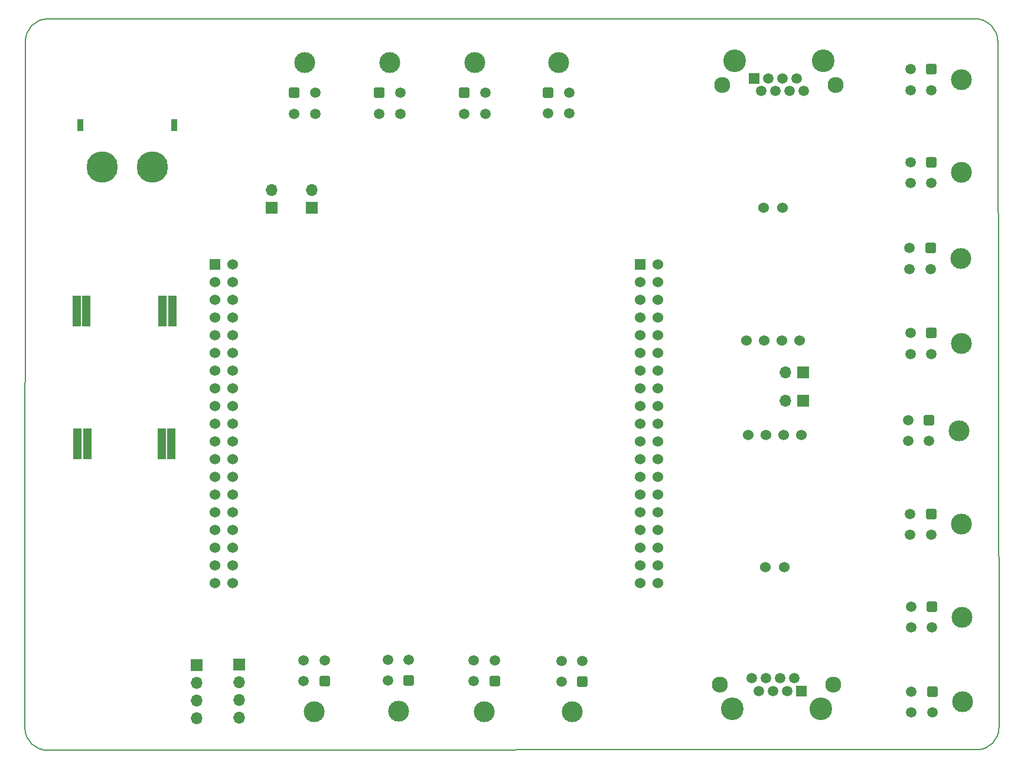
<source format=gbs>
G04 #@! TF.GenerationSoftware,KiCad,Pcbnew,6.0.1-79c1e3a40b~116~ubuntu20.04.1*
G04 #@! TF.CreationDate,2022-02-07T20:48:49+08:00*
G04 #@! TF.ProjectId,Nucleo_F446_power_can_shield,4e75636c-656f-45f4-9634-34365f706f77,rev?*
G04 #@! TF.SameCoordinates,Original*
G04 #@! TF.FileFunction,Soldermask,Bot*
G04 #@! TF.FilePolarity,Negative*
%FSLAX46Y46*%
G04 Gerber Fmt 4.6, Leading zero omitted, Abs format (unit mm)*
G04 Created by KiCad (PCBNEW 6.0.1-79c1e3a40b~116~ubuntu20.04.1) date 2022-02-07 20:48:49*
%MOMM*%
%LPD*%
G01*
G04 APERTURE LIST*
G04 Aperture macros list*
%AMRoundRect*
0 Rectangle with rounded corners*
0 $1 Rounding radius*
0 $2 $3 $4 $5 $6 $7 $8 $9 X,Y pos of 4 corners*
0 Add a 4 corners polygon primitive as box body*
4,1,4,$2,$3,$4,$5,$6,$7,$8,$9,$2,$3,0*
0 Add four circle primitives for the rounded corners*
1,1,$1+$1,$2,$3*
1,1,$1+$1,$4,$5*
1,1,$1+$1,$6,$7*
1,1,$1+$1,$8,$9*
0 Add four rect primitives between the rounded corners*
20,1,$1+$1,$2,$3,$4,$5,0*
20,1,$1+$1,$4,$5,$6,$7,0*
20,1,$1+$1,$6,$7,$8,$9,0*
20,1,$1+$1,$8,$9,$2,$3,0*%
G04 Aperture macros list end*
G04 #@! TA.AperFunction,Profile*
%ADD10C,0.150000*%
G04 #@! TD*
%ADD11R,1.700000X1.700000*%
%ADD12O,1.700000X1.700000*%
%ADD13C,1.524000*%
%ADD14C,3.000000*%
%ADD15RoundRect,0.250001X-0.499999X0.499999X-0.499999X-0.499999X0.499999X-0.499999X0.499999X0.499999X0*%
%ADD16C,1.500000*%
%ADD17RoundRect,0.250001X0.499999X0.499999X-0.499999X0.499999X-0.499999X-0.499999X0.499999X-0.499999X0*%
%ADD18C,3.250000*%
%ADD19R,1.500000X1.500000*%
%ADD20C,2.300000*%
%ADD21RoundRect,0.250001X-0.499999X-0.499999X0.499999X-0.499999X0.499999X0.499999X-0.499999X0.499999X0*%
%ADD22R,1.308000X4.500000*%
%ADD23R,1.530000X1.530000*%
%ADD24C,1.530000*%
%ADD25R,0.900000X1.800000*%
%ADD26C,4.500000*%
G04 APERTURE END LIST*
D10*
X130176375Y-116702149D02*
G75*
G03*
X133454600Y-119877149I3176626J1D01*
G01*
X266656149Y-119823625D02*
G75*
G03*
X269831149Y-116545400I-1J3176626D01*
G01*
X266372400Y-14971000D02*
X133429000Y-14969375D01*
X269650625Y-18014852D02*
X269831149Y-116545400D01*
X133429000Y-14969375D02*
G75*
G03*
X130254000Y-18247600I1J-3176626D01*
G01*
X130176375Y-116702149D02*
X130254000Y-18247600D01*
X266656149Y-119823625D02*
X133454600Y-119877149D01*
X269650625Y-18141851D02*
G75*
G03*
X266372400Y-14966851I-3176626J-1D01*
G01*
D11*
X165560000Y-42022000D03*
D12*
X165560000Y-39482000D03*
D11*
X171275000Y-42022000D03*
D12*
X171275000Y-39482000D03*
D11*
X154765000Y-107691000D03*
D12*
X154765000Y-110231000D03*
X154765000Y-112771000D03*
X154765000Y-115311000D03*
D13*
X233632000Y-61072000D03*
X236172000Y-61072000D03*
X238712000Y-61072000D03*
X241252000Y-61072000D03*
X236121200Y-42072800D03*
X238762800Y-42072800D03*
D14*
X264450000Y-37021000D03*
D15*
X260130000Y-35521000D03*
D16*
X260130000Y-38521000D03*
X257130000Y-35521000D03*
X257130000Y-38521000D03*
D14*
X171656000Y-114326000D03*
D17*
X173156000Y-110006000D03*
D16*
X170156000Y-110006000D03*
X173156000Y-107006000D03*
X170156000Y-107006000D03*
D14*
X264577000Y-112967000D03*
D15*
X260257000Y-111467000D03*
D16*
X260257000Y-114467000D03*
X257257000Y-111467000D03*
X257257000Y-114467000D03*
D11*
X241760000Y-65644000D03*
D12*
X239220000Y-65644000D03*
D18*
X244655600Y-20988800D03*
X231955600Y-20988800D03*
D19*
X234745600Y-23528800D03*
D16*
X235761600Y-25308800D03*
X236777600Y-23528800D03*
X237793600Y-25308800D03*
X238809600Y-23528800D03*
X239825600Y-25308800D03*
X240841600Y-23528800D03*
X241857600Y-25308800D03*
D20*
X230175600Y-24418800D03*
X246435600Y-24418800D03*
D14*
X264450000Y-23686000D03*
D15*
X260130000Y-22186000D03*
D16*
X260130000Y-25186000D03*
X257130000Y-22186000D03*
X257130000Y-25186000D03*
D14*
X170283000Y-21239000D03*
D21*
X168783000Y-25559000D03*
D16*
X171783000Y-25559000D03*
X168783000Y-28559000D03*
X171783000Y-28559000D03*
D14*
X264323000Y-49340000D03*
D15*
X260003000Y-47840000D03*
D16*
X260003000Y-50840000D03*
X257003000Y-47840000D03*
X257003000Y-50840000D03*
D22*
X137594250Y-56906000D03*
X149910250Y-56906000D03*
X138994250Y-56906000D03*
X151310250Y-56906000D03*
X137718250Y-75906000D03*
X149786250Y-75906000D03*
X139118250Y-75906000D03*
X151186250Y-75906000D03*
D14*
X264450000Y-61532000D03*
D15*
X260130000Y-60032000D03*
D16*
X260130000Y-63032000D03*
X257130000Y-60032000D03*
X257130000Y-63032000D03*
D14*
X183721000Y-114242000D03*
D17*
X185221000Y-109922000D03*
D16*
X182221000Y-109922000D03*
X185221000Y-106922000D03*
X182221000Y-106922000D03*
D14*
X194667000Y-21239000D03*
D21*
X193167000Y-25559000D03*
D16*
X196167000Y-25559000D03*
X193167000Y-28559000D03*
X196167000Y-28559000D03*
D23*
X157432000Y-50165000D03*
D24*
X159972000Y-50165000D03*
X157432000Y-52705000D03*
X159972000Y-52705000D03*
X157432000Y-55245000D03*
X159972000Y-55245000D03*
X157432000Y-57785000D03*
X159972000Y-57785000D03*
X157432000Y-60325000D03*
X159972000Y-60325000D03*
X157432000Y-62865000D03*
X159972000Y-62865000D03*
X157432000Y-65405000D03*
X159972000Y-65405000D03*
X157432000Y-67945000D03*
X159972000Y-67945000D03*
X157432000Y-70485000D03*
X159972000Y-70485000D03*
X157432000Y-73025000D03*
X159972000Y-73025000D03*
X157432000Y-75565000D03*
X159972000Y-75565000D03*
X157432000Y-78105000D03*
X159972000Y-78105000D03*
X157432000Y-80645000D03*
X159972000Y-80645000D03*
X157432000Y-83185000D03*
X159972000Y-83185000D03*
X157432000Y-85725000D03*
X159972000Y-85725000D03*
X157432000Y-88265000D03*
X159972000Y-88265000D03*
X157432000Y-90805000D03*
X159972000Y-90805000D03*
X157432000Y-93345000D03*
X159972000Y-93345000D03*
X157432000Y-95885000D03*
X159972000Y-95885000D03*
D23*
X218392000Y-50165000D03*
D24*
X220932000Y-50165000D03*
X218392000Y-52705000D03*
X220932000Y-52705000D03*
X218392000Y-55245000D03*
X220932000Y-55245000D03*
X218392000Y-57785000D03*
X220932000Y-57785000D03*
X218392000Y-60325000D03*
X220932000Y-60325000D03*
X218392000Y-62865000D03*
X220932000Y-62865000D03*
X218392000Y-65405000D03*
X220932000Y-65405000D03*
X218392000Y-67945000D03*
X220932000Y-67945000D03*
X218392000Y-70485000D03*
X220932000Y-70485000D03*
X218392000Y-73025000D03*
X220932000Y-73025000D03*
X218392000Y-75565000D03*
X220932000Y-75565000D03*
X218392000Y-78105000D03*
X220932000Y-78105000D03*
X218392000Y-80645000D03*
X220932000Y-80645000D03*
X218392000Y-83185000D03*
X220932000Y-83185000D03*
X218392000Y-85725000D03*
X220932000Y-85725000D03*
X218392000Y-88265000D03*
X220932000Y-88265000D03*
X218392000Y-90805000D03*
X220932000Y-90805000D03*
X218392000Y-93345000D03*
X220932000Y-93345000D03*
X218392000Y-95885000D03*
X220932000Y-95885000D03*
D11*
X241760000Y-69708000D03*
D12*
X239220000Y-69708000D03*
D14*
X208613000Y-114369000D03*
D17*
X210113000Y-110049000D03*
D16*
X207113000Y-110049000D03*
X210113000Y-107049000D03*
X207113000Y-107049000D03*
D13*
X241506000Y-74661000D03*
X238966000Y-74661000D03*
X236426000Y-74661000D03*
X233886000Y-74661000D03*
X239016800Y-93660200D03*
X236375200Y-93660200D03*
D14*
X196040000Y-114326000D03*
D17*
X197540000Y-110006000D03*
D16*
X194540000Y-110006000D03*
X197540000Y-107006000D03*
X194540000Y-107006000D03*
D14*
X206708000Y-21194000D03*
D21*
X205208000Y-25514000D03*
D16*
X208208000Y-25514000D03*
X205208000Y-28514000D03*
X208208000Y-28514000D03*
D11*
X160861000Y-107564000D03*
D12*
X160861000Y-110104000D03*
X160861000Y-112644000D03*
X160861000Y-115184000D03*
D14*
X264405000Y-87464000D03*
D15*
X260085000Y-85964000D03*
D16*
X260085000Y-88964000D03*
X257085000Y-85964000D03*
X257085000Y-88964000D03*
D18*
X231596000Y-113904000D03*
X244296000Y-113904000D03*
D19*
X241506000Y-111364000D03*
D16*
X240490000Y-109584000D03*
X239474000Y-111364000D03*
X238458000Y-109584000D03*
X237442000Y-111364000D03*
X236426000Y-109584000D03*
X235410000Y-111364000D03*
X234394000Y-109584000D03*
D20*
X229816000Y-110474000D03*
X246076000Y-110474000D03*
D25*
X138109000Y-30211000D03*
X151609000Y-30211000D03*
D26*
X141259000Y-36211000D03*
X148459000Y-36211000D03*
D14*
X182475000Y-21239000D03*
D21*
X180975000Y-25559000D03*
D16*
X183975000Y-25559000D03*
X180975000Y-28559000D03*
X183975000Y-28559000D03*
D14*
X264532000Y-100799000D03*
D15*
X260212000Y-99299000D03*
D16*
X260212000Y-102299000D03*
X257212000Y-99299000D03*
X257212000Y-102299000D03*
D14*
X264106000Y-74026000D03*
D15*
X259786000Y-72526000D03*
D16*
X259786000Y-75526000D03*
X256786000Y-72526000D03*
X256786000Y-75526000D03*
M02*

</source>
